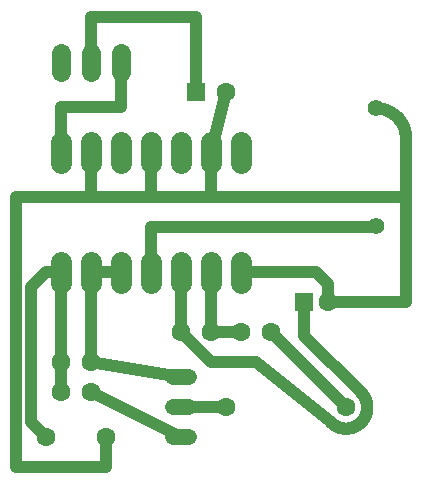
<source format=gbl>
G75*
%MOIN*%
%OFA0B0*%
%FSLAX25Y25*%
%IPPOS*%
%LPD*%
%AMOC8*
5,1,8,0,0,1.08239X$1,22.5*
%
%ADD10C,0.07087*%
%ADD11C,0.06299*%
%ADD12R,0.06299X0.06299*%
%ADD13C,0.06299*%
%ADD14C,0.05512*%
%ADD15C,0.05200*%
%ADD16C,0.04000*%
D10*
X0034937Y0076394D02*
X0034937Y0083480D01*
X0044937Y0083480D02*
X0044937Y0076394D01*
X0054937Y0076394D02*
X0054937Y0083480D01*
X0064937Y0083480D02*
X0064937Y0076394D01*
X0074937Y0076394D02*
X0074937Y0083480D01*
X0084937Y0083480D02*
X0084937Y0076394D01*
X0094937Y0076394D02*
X0094937Y0083480D01*
X0094937Y0116394D02*
X0094937Y0123480D01*
X0084937Y0123480D02*
X0084937Y0116394D01*
X0074937Y0116394D02*
X0074937Y0123480D01*
X0064937Y0123480D02*
X0064937Y0116394D01*
X0054937Y0116394D02*
X0054937Y0123480D01*
X0044937Y0123480D02*
X0044937Y0116394D01*
X0034937Y0116394D02*
X0034937Y0123480D01*
D11*
X0089937Y0139937D03*
X0123874Y0069937D03*
X0104937Y0059937D03*
X0094937Y0059937D03*
X0084937Y0059937D03*
X0074937Y0059937D03*
X0089937Y0034937D03*
X0129937Y0034937D03*
X0049937Y0024937D03*
X0044937Y0039937D03*
X0034937Y0039937D03*
X0034937Y0049937D03*
X0044937Y0049937D03*
X0029937Y0024937D03*
D12*
X0116000Y0069937D03*
X0079937Y0139937D03*
D13*
X0054937Y0146787D02*
X0054937Y0153087D01*
X0044937Y0153087D02*
X0044937Y0146787D01*
X0034937Y0146787D02*
X0034937Y0153087D01*
D14*
X0139937Y0134622D03*
X0139937Y0095252D03*
D15*
X0077537Y0044937D02*
X0072337Y0044937D01*
X0072337Y0034937D02*
X0077537Y0034937D01*
X0077537Y0024937D02*
X0072337Y0024937D01*
D16*
X0019937Y0014937D02*
X0019937Y0104937D01*
X0044937Y0104937D01*
X0044937Y0119937D01*
X0034937Y0119937D02*
X0034937Y0134937D01*
X0054937Y0134937D01*
X0054937Y0149937D01*
X0044937Y0149937D02*
X0044937Y0164937D01*
X0079937Y0164937D01*
X0079937Y0139937D01*
X0089937Y0139937D02*
X0084937Y0119937D01*
X0084937Y0104937D01*
X0149937Y0104937D01*
X0149937Y0124622D01*
X0149934Y0124864D01*
X0149925Y0125105D01*
X0149911Y0125346D01*
X0149890Y0125587D01*
X0149864Y0125827D01*
X0149832Y0126067D01*
X0149794Y0126306D01*
X0149751Y0126543D01*
X0149701Y0126780D01*
X0149646Y0127015D01*
X0149586Y0127249D01*
X0149519Y0127481D01*
X0149448Y0127712D01*
X0149370Y0127941D01*
X0149287Y0128168D01*
X0149199Y0128393D01*
X0149105Y0128616D01*
X0149006Y0128836D01*
X0148901Y0129054D01*
X0148792Y0129269D01*
X0148677Y0129482D01*
X0148557Y0129692D01*
X0148432Y0129898D01*
X0148302Y0130102D01*
X0148167Y0130303D01*
X0148027Y0130500D01*
X0147883Y0130694D01*
X0147734Y0130884D01*
X0147580Y0131070D01*
X0147422Y0131253D01*
X0147260Y0131432D01*
X0147093Y0131607D01*
X0146922Y0131778D01*
X0146747Y0131945D01*
X0146568Y0132107D01*
X0146385Y0132265D01*
X0146199Y0132419D01*
X0146009Y0132568D01*
X0145815Y0132712D01*
X0145618Y0132852D01*
X0145417Y0132987D01*
X0145213Y0133117D01*
X0145007Y0133242D01*
X0144797Y0133362D01*
X0144584Y0133477D01*
X0144369Y0133586D01*
X0144151Y0133691D01*
X0143931Y0133790D01*
X0143708Y0133884D01*
X0143483Y0133972D01*
X0143256Y0134055D01*
X0143027Y0134133D01*
X0142796Y0134204D01*
X0142564Y0134271D01*
X0142330Y0134331D01*
X0142095Y0134386D01*
X0141858Y0134436D01*
X0141621Y0134479D01*
X0141382Y0134517D01*
X0141142Y0134549D01*
X0140902Y0134575D01*
X0140661Y0134596D01*
X0140420Y0134610D01*
X0140179Y0134619D01*
X0139937Y0134622D01*
X0149937Y0104937D02*
X0149937Y0069937D01*
X0123874Y0069937D01*
X0123874Y0076000D01*
X0119937Y0079937D01*
X0094937Y0079937D01*
X0084937Y0079937D02*
X0084937Y0059937D01*
X0094937Y0059937D01*
X0099937Y0049937D02*
X0084937Y0049937D01*
X0074937Y0059937D01*
X0074937Y0079937D01*
X0064937Y0079937D02*
X0064937Y0094937D01*
X0139622Y0094937D01*
X0139937Y0095252D01*
X0116000Y0069937D02*
X0116000Y0058874D01*
X0134937Y0039937D01*
X0134937Y0029937D02*
X0134815Y0029818D01*
X0134690Y0029701D01*
X0134562Y0029588D01*
X0134431Y0029478D01*
X0134298Y0029371D01*
X0134162Y0029267D01*
X0134024Y0029167D01*
X0133883Y0029070D01*
X0133740Y0028976D01*
X0133595Y0028886D01*
X0133448Y0028799D01*
X0133298Y0028716D01*
X0133147Y0028637D01*
X0132994Y0028561D01*
X0132839Y0028489D01*
X0132682Y0028421D01*
X0132524Y0028356D01*
X0132364Y0028296D01*
X0132203Y0028239D01*
X0132041Y0028186D01*
X0131877Y0028137D01*
X0131712Y0028092D01*
X0131546Y0028052D01*
X0131379Y0028015D01*
X0131212Y0027982D01*
X0131043Y0027953D01*
X0130874Y0027928D01*
X0130704Y0027908D01*
X0130534Y0027891D01*
X0130364Y0027879D01*
X0130193Y0027871D01*
X0130022Y0027867D01*
X0129852Y0027867D01*
X0129681Y0027871D01*
X0129510Y0027879D01*
X0129340Y0027891D01*
X0129170Y0027908D01*
X0129000Y0027928D01*
X0128831Y0027953D01*
X0128662Y0027982D01*
X0128495Y0028015D01*
X0128328Y0028052D01*
X0128162Y0028092D01*
X0127997Y0028137D01*
X0127833Y0028186D01*
X0127671Y0028239D01*
X0127510Y0028296D01*
X0127350Y0028356D01*
X0127192Y0028421D01*
X0127035Y0028489D01*
X0126880Y0028561D01*
X0126727Y0028637D01*
X0126576Y0028716D01*
X0126426Y0028799D01*
X0126279Y0028886D01*
X0126134Y0028976D01*
X0125991Y0029070D01*
X0125850Y0029167D01*
X0125712Y0029267D01*
X0125576Y0029371D01*
X0125443Y0029478D01*
X0125312Y0029588D01*
X0125184Y0029701D01*
X0125059Y0029818D01*
X0124937Y0029937D01*
X0099937Y0049937D01*
X0104937Y0059937D02*
X0129937Y0034937D01*
X0134937Y0029937D02*
X0135056Y0030059D01*
X0135173Y0030184D01*
X0135286Y0030312D01*
X0135396Y0030443D01*
X0135503Y0030576D01*
X0135607Y0030712D01*
X0135707Y0030850D01*
X0135804Y0030991D01*
X0135898Y0031134D01*
X0135988Y0031279D01*
X0136075Y0031426D01*
X0136158Y0031576D01*
X0136237Y0031727D01*
X0136313Y0031880D01*
X0136385Y0032035D01*
X0136453Y0032192D01*
X0136518Y0032350D01*
X0136578Y0032510D01*
X0136635Y0032671D01*
X0136688Y0032833D01*
X0136737Y0032997D01*
X0136782Y0033162D01*
X0136822Y0033328D01*
X0136859Y0033495D01*
X0136892Y0033662D01*
X0136921Y0033831D01*
X0136946Y0034000D01*
X0136966Y0034170D01*
X0136983Y0034340D01*
X0136995Y0034510D01*
X0137003Y0034681D01*
X0137007Y0034852D01*
X0137007Y0035022D01*
X0137003Y0035193D01*
X0136995Y0035364D01*
X0136983Y0035534D01*
X0136966Y0035704D01*
X0136946Y0035874D01*
X0136921Y0036043D01*
X0136892Y0036212D01*
X0136859Y0036379D01*
X0136822Y0036546D01*
X0136782Y0036712D01*
X0136737Y0036877D01*
X0136688Y0037041D01*
X0136635Y0037203D01*
X0136578Y0037364D01*
X0136518Y0037524D01*
X0136453Y0037682D01*
X0136385Y0037839D01*
X0136313Y0037994D01*
X0136237Y0038147D01*
X0136158Y0038298D01*
X0136075Y0038448D01*
X0135988Y0038595D01*
X0135898Y0038740D01*
X0135804Y0038883D01*
X0135707Y0039024D01*
X0135607Y0039162D01*
X0135503Y0039298D01*
X0135396Y0039431D01*
X0135286Y0039562D01*
X0135173Y0039690D01*
X0135056Y0039815D01*
X0134937Y0039937D01*
X0089937Y0034937D02*
X0074937Y0034937D01*
X0074937Y0044937D02*
X0044937Y0049937D01*
X0044937Y0079937D01*
X0054937Y0079937D01*
X0034937Y0079937D02*
X0029937Y0079937D01*
X0024937Y0074937D01*
X0024937Y0029937D01*
X0029937Y0024937D01*
X0019937Y0014937D02*
X0049937Y0014937D01*
X0049937Y0024937D01*
X0044937Y0039937D02*
X0074937Y0024937D01*
X0034937Y0039937D02*
X0034937Y0049937D01*
X0034937Y0079937D01*
X0044937Y0104937D02*
X0064937Y0104937D01*
X0064937Y0119937D01*
X0064937Y0104937D02*
X0084937Y0104937D01*
M02*

</source>
